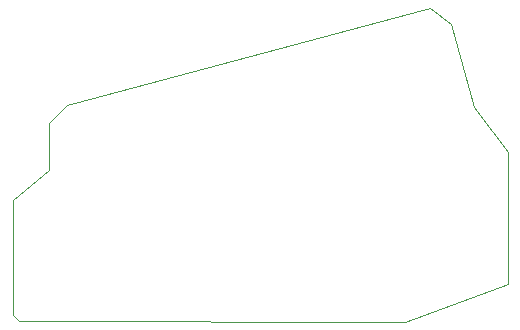
<source format=gbr>
G04 #@! TF.GenerationSoftware,KiCad,Pcbnew,(5.1.4)-1*
G04 #@! TF.CreationDate,2023-06-17T18:33:41-04:00*
G04 #@! TF.ProjectId,ThumbsUp,5468756d-6273-4557-902e-6b696361645f,rev?*
G04 #@! TF.SameCoordinates,Original*
G04 #@! TF.FileFunction,Profile,NP*
%FSLAX46Y46*%
G04 Gerber Fmt 4.6, Leading zero omitted, Abs format (unit mm)*
G04 Created by KiCad (PCBNEW (5.1.4)-1) date 2023-06-17 18:33:41*
%MOMM*%
%LPD*%
G04 APERTURE LIST*
%ADD10C,0.050000*%
G04 APERTURE END LIST*
D10*
X125327502Y-358521161D02*
X92628549Y-358475301D01*
X92085288Y-357920533D02*
X92628549Y-358475301D01*
X95141377Y-345625562D02*
X95153201Y-341704369D01*
X92089190Y-348188499D02*
X95141377Y-345625562D01*
X131117441Y-340327857D02*
X129211392Y-333262167D01*
X129211392Y-333262167D02*
X127438422Y-331956189D01*
X131117441Y-340327857D02*
X134006153Y-344161308D01*
X127438422Y-331956189D02*
X96711444Y-340203379D01*
X92085288Y-357920533D02*
X92089190Y-348188499D01*
X134011448Y-355301324D02*
X134006153Y-344161308D01*
X96711444Y-340203379D02*
X95153201Y-341704369D01*
X134011448Y-355301324D02*
X125327502Y-358521161D01*
M02*

</source>
